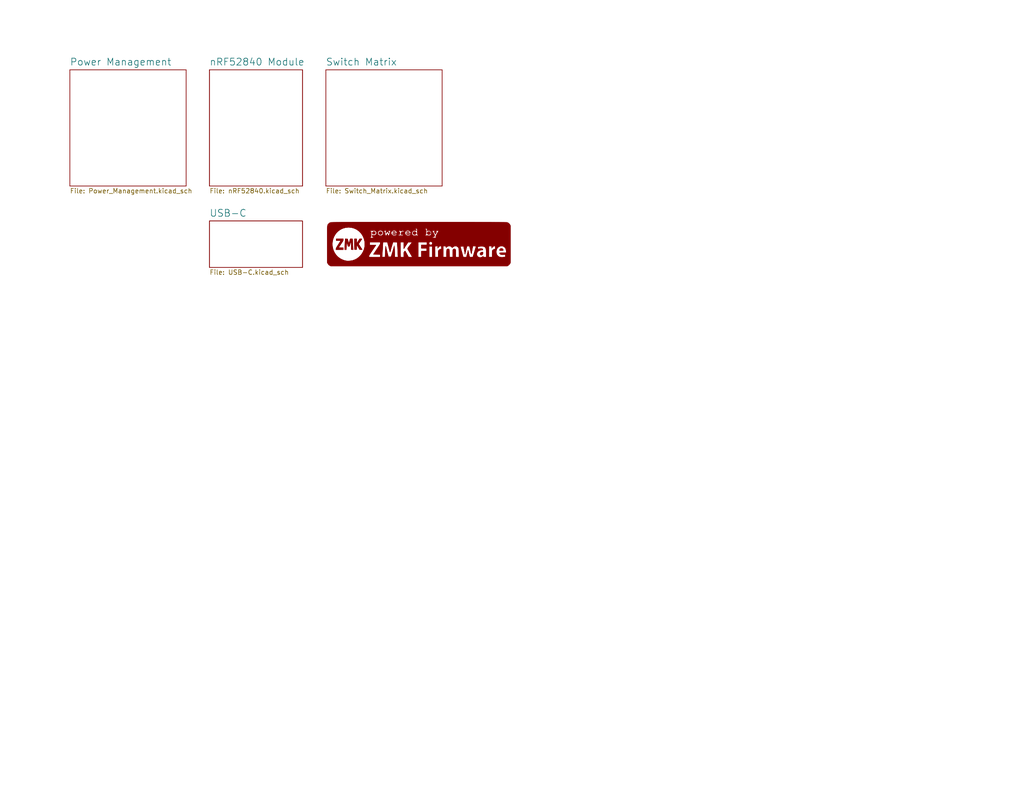
<source format=kicad_sch>
(kicad_sch (version 20211123) (generator eeschema)
  (paper "USLetter")
  (title_block (title "Athena54 nRF52840 Keyboard") (rev "1.0.0") (company "Kurtis Lew"))
  (lib_symbols
    (symbol "Athena54:Powered_by_ZMK_(Large)" (pin_names (offset 1.016))
      (symbol "Powered_by_ZMK_(Large)_0_0"
        (polyline (pts (xy -6.3256 3.2269) (xy -6.4626 3.3475) (xy -6.5778 3.4245) (xy -6.7815 3.468) (xy -6.8831 3.4578) (xy -7.0274 3.4123) (xy -7.137 3.3445) (xy -7.1804 3.2699) (xy -7.1718 3.2607) (xy -7.0916 3.2421) (xy -6.9447 3.2295) (xy -6.753 3.2254) (xy -6.3256 3.2269)) (stroke (width 0.01)) (fill (type outline)))
        (polyline (pts (xy -2.5644 3.2269) (xy -2.7015 3.3475) (xy -2.8166 3.4245) (xy -3.0203 3.468) (xy -3.1219 3.4578) (xy -3.2663 3.4123) (xy -3.3758 3.3445) (xy -3.4192 3.2699) (xy -3.4107 3.2607) (xy -3.3304 3.2421) (xy -3.1836 3.2295) (xy -2.9918 3.2254) (xy -2.5644 3.2269)) (stroke (width 0.01)) (fill (type outline)))
        (polyline (pts (xy -12.1241 2.765) (xy -11.9827 2.8416) (xy -11.917 2.921) (xy -11.8705 3.0674) (xy -11.8971 3.2106) (xy -11.9831 3.3339) (xy -12.1146 3.4207) (xy -12.2778 3.4542) (xy -12.459 3.4179) (xy -12.5875 3.3356) (xy -12.684 3.1999) (xy -12.7159 3.0466) (xy -12.6788 2.9013) (xy -12.5684 2.7896) (xy -12.4894 2.7566) (xy -12.3081 2.7353) (xy -12.1241 2.765)) (stroke (width 0.01)) (fill (type outline)))
        (polyline (pts (xy -10.3575 2.6581) (xy -10.1638 2.7641) (xy -10.0906 2.8376) (xy -10.0158 2.994) (xy -10.0377 3.1582) (xy -10.1563 3.3253) (xy -10.2389 3.3945) (xy -10.4225 3.4679) (xy -10.6136 3.4461) (xy -10.8024 3.3292) (xy -10.8954 3.2251) (xy -10.9613 3.0596) (xy -10.9347 2.8975) (xy -10.8154 2.7521) (xy -10.7658 2.7167) (xy -10.5655 2.6422) (xy -10.3575 2.6581)) (stroke (width 0.01)) (fill (type outline)))
        (polyline (pts (xy -1.0303 2.656) (xy -0.8614 2.7389) (xy -0.8607 2.7394) (xy -0.7586 2.8722) (xy -0.7327 3.0292) (xy -0.7734 3.1889) (xy -0.8706 3.3296) (xy -1.0145 3.4298) (xy -1.1953 3.468) (xy -1.2808 3.4591) (xy -1.4424 3.3836) (xy -1.5561 3.251) (xy -1.6115 3.0852) (xy -1.5982 2.9105) (xy -1.5057 2.7507) (xy -1.4003 2.6774) (xy -1.2219 2.6357) (xy -1.0303 2.656)) (stroke (width 0.01)) (fill (type outline)))
        (polyline (pts (xy 17.2437 -2.9059) (xy 17.309 -2.8677) (xy 17.4158 -2.7629) (xy 17.4711 -2.6142) (xy 17.4869 -2.3967) (xy 17.4854 -2.281) (xy 17.4715 -2.1912) (xy 17.4318 -2.1557) (xy 17.3526 -2.1495) (xy 17.2821 -2.152) (xy 17.0496 -2.1962) (xy 16.8629 -2.2866) (xy 16.7322 -2.4106) (xy 16.6674 -2.5557) (xy 16.6788 -2.7096) (xy 16.7764 -2.8597) (xy 16.9063 -2.9531) (xy 17.059 -2.9717) (xy 17.2437 -2.9059)) (stroke (width 0.01)) (fill (type outline)))
        (polyline (pts (xy 2.8376 2.6512) (xy 3.0104 2.721) (xy 3.1302 2.8359) (xy 3.175 2.9798) (xy 3.1721 3.0191) (xy 3.1243 3.174) (xy 3.0364 3.3219) (xy 2.9335 3.4178) (xy 2.9006 3.4338) (xy 2.7213 3.4722) (xy 2.5533 3.4387) (xy 2.4103 3.3494) (xy 2.3063 3.2205) (xy 2.2551 3.0681) (xy 2.2707 2.9084) (xy 2.3668 2.7576) (xy 2.4175 2.7126) (xy 2.5392 2.6539) (xy 2.7109 2.6377) (xy 2.8376 2.6512)) (stroke (width 0.01)) (fill (type outline)))
        (polyline (pts (xy 22.7732 -1.7074) (xy 22.9012 -1.6997) (xy 22.9713 -1.6831) (xy 23.0006 -1.6542) (xy 23.0065 -1.6095) (xy 22.9981 -1.5214) (xy 22.9203 -1.3424) (xy 22.7779 -1.2112) (xy 22.5914 -1.1429) (xy 22.3813 -1.1525) (xy 22.27 -1.2011) (xy 22.1277 -1.3199) (xy 22.0221 -1.47) (xy 21.9808 -1.6192) (xy 21.9808 -1.6231) (xy 21.9906 -1.6623) (xy 22.0298 -1.6875) (xy 22.1152 -1.7018) (xy 22.2641 -1.7082) (xy 22.4936 -1.7096) (xy 22.5699 -1.7096) (xy 22.7732 -1.7074)) (stroke (width 0.01)) (fill (type outline)))
        (polyline (pts (xy -20.6131 -0.9797) (xy -21.2727 -0.9661) (xy -21.9324 -0.9525) (xy -21.2727 0.0361) (xy -21.118 0.2686) (xy -20.9456 0.5309) (xy -20.8173 0.7327) (xy -20.7267 0.8858) (xy -20.6674 1.0018) (xy -20.633 1.0925) (xy -20.617 1.1697) (xy -20.6131 1.245) (xy -20.6131 1.4654) (xy -22.5669 1.4654) (xy -22.5669 0.9769) (xy -21.93 0.9769) (xy -21.7022 0.9746) (xy -21.5165 0.9691) (xy -21.3915 0.9612) (xy -21.3458 0.9517) (xy -21.3587 0.9262) (xy -21.4169 0.828) (xy -21.5154 0.6671) (xy -21.6469 0.4553) (xy -21.8044 0.204) (xy -21.9808 -0.0751) (xy -22.0961 -0.2574) (xy -22.271 -0.537) (xy -22.4021 -0.7531) (xy -22.4955 -0.9175) (xy -22.5574 -1.042) (xy -22.5939 -1.1387) (xy -22.6114 -1.2192) (xy -22.6158 -1.2955) (xy -22.6158 -1.5143) (xy -20.6131 -1.5143) (xy -20.6131 -0.9797)) (stroke (width 0.01)) (fill (type outline)))
        (polyline (pts (xy -15.5751 -1.5058) (xy -15.5053 -1.4893) (xy -15.4963 -1.4556) (xy -15.5221 -1.4089) (xy -15.5944 -1.2907) (xy -15.7035 -1.1179) (xy -15.8401 -0.9048) (xy -15.9953 -0.666) (xy -16.4698 0.0601) (xy -16.0339 0.7016) (xy -15.9441 0.8341) (xy -15.8022 1.0441) (xy -15.6845 1.2193) (xy -15.6012 1.3445) (xy -15.5627 1.4043) (xy -15.5583 1.4144) (xy -15.5784 1.4446) (xy -15.6692 1.4607) (xy -15.8441 1.4654) (xy -16.1608 1.4654) (xy -16.5674 0.8254) (xy -16.9741 0.1855) (xy -16.9877 0.8254) (xy -17.0013 1.4654) (xy -17.5846 1.4654) (xy -17.5846 0.0081) (xy -17.5845 -0.1159) (xy -17.5827 -0.4749) (xy -17.5789 -0.7979) (xy -17.5734 -1.0727) (xy -17.5666 -1.2869) (xy -17.5586 -1.428) (xy -17.5499 -1.4839) (xy -17.5223 -1.4951) (xy -17.417 -1.5062) (xy -17.269 -1.5042) (xy -17.0229 -1.4898) (xy -16.9985 -0.7968) (xy -16.9741 -0.1039) (xy -16.5589 -0.7968) (xy -16.1437 -1.4898) (xy -15.8078 -1.5044) (xy -15.7207 -1.5075) (xy -15.5751 -1.5058)) (stroke (width 0.01)) (fill (type outline)))
        (polyline (pts (xy -17.9916 -0.9921) (xy -17.9921 -0.9829) (xy -18.006 -0.7218) (xy -18.0214 -0.4041) (xy -18.0365 -0.069) (xy -18.0493 0.2442) (xy -18.052 0.3117) (xy -18.0643 0.5897) (xy -18.0779 0.8496) (xy -18.0912 1.0648) (xy -18.1028 1.2089) (xy -18.129 1.4654) (xy -18.7384 1.4654) (xy -18.9021 0.8914) (xy -18.9028 0.8889) (xy -18.9685 0.6621) (xy -19.0269 0.4673) (xy -19.0716 0.3253) (xy -19.0963 0.2568) (xy -19.1002 0.2538) (xy -19.1291 0.2973) (xy -19.1757 0.4161) (xy -19.2346 0.5949) (xy -19.3002 0.8185) (xy -19.4737 1.4409) (xy -20.1093 1.4695) (xy -20.1404 0.8202) (xy -20.1453 0.7168) (xy -20.1595 0.402) (xy -20.1752 0.041) (xy -20.1907 -0.3292) (xy -20.2045 -0.6717) (xy -20.2376 -1.5143) (xy -19.798 -1.5143) (xy -19.7659 -0.7738) (xy -19.763 -0.7059) (xy -19.7512 -0.399) (xy -19.7412 -0.0932) (xy -19.734 0.1792) (xy -19.7304 0.3863) (xy -19.727 0.8059) (xy -19.5228 0.1101) (xy -19.3187 -0.5857) (xy -19.14 -0.586) (xy -18.9614 -0.5862) (xy -18.7832 -0.0122) (xy -18.712 0.2163) (xy -18.6457 0.4268) (xy -18.5935 0.5904) (xy -18.5628 0.6838) (xy -18.5326 0.7641) (xy -18.5189 0.7578) (xy -18.5098 0.6594) (xy -18.5092 0.6497) (xy -18.5041 0.5417) (xy -18.497 0.3565) (xy -18.4884 0.1115) (xy -18.479 -0.176) (xy -18.4693 -0.4885) (xy -18.4394 -1.4898) (xy -18.2003 -1.505) (xy -17.9611 -1.5202) (xy -17.9916 -0.9921)) (stroke (width 0.01)) (fill (type outline)))
        (polyline (pts (xy -2.9307 -5.9917) (xy -1.4286 -5.9914) (xy 0.0977 -5.991) (xy 24.0567 -5.9837) (xy 24.2587 -5.8757) (xy 24.3794 -5.8032) (xy 24.6619 -5.5598) (xy 24.8768 -5.2576) (xy 24.9848 -5.0556) (xy 24.9848 5.0555) (xy 24.8383 5.3203) (xy 24.7872 5.4043) (xy 24.5785 5.6501) (xy 24.323 5.8413) (xy 24.0473 5.9563) (xy 23.9967 5.9605) (xy 23.8694 5.9647) (xy 23.6653 5.9687) (xy 23.3835 5.9725) (xy 23.0231 5.9761) (xy 22.583 5.9795) (xy 22.0624 5.9827) (xy 21.4602 5.9857) (xy 20.7756 5.9884) (xy 20.0075 5.991) (xy 19.1551 5.9934) (xy 18.2174 5.9957) (xy 17.1933 5.9977) (xy 16.0821 5.9995) (xy 14.8826 6.0012) (xy 13.5941 6.0026) (xy 12.2154 6.0039) (xy 10.7457 6.005) (xy 9.184 6.006) (xy 7.5294 6.0067) (xy 5.7809 6.0073) (xy 3.9376 6.0077) (xy 1.9985 6.008) (xy -2.6077 6.008) (xy -4.3019 6.0079) (xy -5.9046 6.0078) (xy -7.4183 6.0077) (xy -8.8457 6.0074) (xy -10.1892 6.0071) (xy -11.4514 6.0067) (xy -12.6348 6.0062) (xy -13.7421 6.0056) (xy -14.7757 6.0049) (xy -15.7383 6.0041) (xy -16.6323 6.0031) (xy -17.4604 6.0021) (xy -18.2251 6.0008) (xy -18.9288 5.9994) (xy -19.5743 5.9979) (xy -20.164 5.9962) (xy -20.7006 5.9943) (xy -21.1864 5.9922) (xy -21.6242 5.99) (xy -22.0165 5.9875) (xy -22.3657 5.9848) (xy -22.6745 5.9819) (xy -22.9455 5.9788) (xy -23.1811 5.9754) (xy -23.3839 5.9718) (xy -23.5566 5.9679) (xy -23.7015 5.9637) (xy -23.8214 5.9593) (xy -23.9187 5.9546) (xy -23.996 5.9496) (xy -24.0558 5.9444) (xy -24.1008 5.9388) (xy -24.1334 5.9328) (xy -24.1562 5.9266) (xy -24.1607 5.9251) (xy -24.3955 5.8044) (xy -24.6261 5.6143) (xy -24.6353 5.6052) (xy -24.6948 5.5476) (xy -24.7477 5.4955) (xy -24.7944 5.4432) (xy -24.8353 5.385) (xy -24.8706 5.315) (xy -24.9008 5.2277) (xy -24.9263 5.1172) (xy -24.9474 4.9779) (xy -24.9645 4.8039) (xy -24.978 4.5896) (xy -24.9883 4.3292) (xy -24.9956 4.017) (xy -25.0005 3.6472) (xy -25.0032 3.2141) (xy -25.0042 2.7121) (xy -25.0038 2.1352) (xy -25.0023 1.4779) (xy -25.0003 0.7344) (xy -24.9987 0.1694) (xy -23.6223 0.1694) (xy -23.559 0.8062) (xy -23.4096 1.4342) (xy -23.1729 2.0442) (xy -22.848 2.6269) (xy -22.5551 3.0256) (xy -22.1121 3.4895) (xy -21.6118 3.8789) (xy -21.0623 4.1895) (xy -20.4713 4.4169) (xy -19.8468 4.557) (xy -19.1966 4.6054) (xy -18.5774 4.5633) (xy -17.9613 4.4315) (xy -17.3798 4.2155) (xy -16.8393 3.9207) (xy -16.3462 3.5529) (xy -15.907 3.1176) (xy -15.5282 2.6204) (xy -15.2162 2.0669) (xy -15.1341 1.8592) (xy -13.281 1.8592) (xy -13.2423 1.9456) (xy -13.1513 1.9939) (xy -13.1299 1.9973) (xy -13.0934 2.0117) (xy -13.0687 2.0478) (xy -13.0536 2.1208) (xy -13.0456 2.246) (xy -13.0425 2.4384) (xy -13.0419 2.7134) (xy -13.0419 3.4173) (xy -13.1667 3.4486) (xy -13.2601 3.4959) (xy -13.2766 3.5839) (xy -13.2757 3.5898) (xy -13.2565 3.6427) (xy -13.2054 3.6736) (xy -13.1005 3.6897) (xy -12.9198 3.698) (xy -12.7436 3.7056) (xy -12.507 3.7209) (xy -12.3092 3.739) (xy -12.2524 3.7451) (xy -12.1009 3.7498) (xy -11.9893 3.7227) (xy -11.8746 3.6556) (xy -11.8099 3.6066) (xy -11.6415 3.4151) (xy -11.5511 3.1955) (xy -11.5484 3.1086) (xy -11.2614 3.1086) (xy -11.2016 3.3338) (xy -11.0763 3.5229) (xy -10.9004 3.6666) (xy -10.6889 3.756) (xy -10.4566 3.7818) (xy -10.2185 3.7349) (xy -9.9895 3.6062) (xy -9.9776 3.5931) (xy -9.5213 3.5931) (xy -9.4664 3.7025) (xy -9.4521 3.7132) (xy -9.3486 3.745) (xy -9.1986 3.7601) (xy -9.042 3.7563) (xy -8.9184 3.7315) (xy -8.9025 3.7241) (xy -8.8468 3.6506) (xy -8.8616 3.5518) (xy -8.9437 3.4607) (xy -8.9749 3.4388) (xy -9.0171 3.3877) (xy -9.0195 3.3106) (xy -8.9872 3.1739) (xy -8.928 2.9552) (xy -8.8469 3.175) (xy -8.84 3.1933) (xy -8.7807 3.3228) (xy -8.7151 3.3861) (xy -8.6174 3.4094) (xy -8.5582 3.413) (xy -8.4906 3.3953) (xy -8.4435 3.3284) (xy -8.3939 3.1896) (xy -8.3188 2.9552) (xy -8.26 3.1651) (xy -8.2447 3.2211) (xy -8.2248 3.3316) (xy -8.2444 3.3997) (xy -8.3095 3.4628) (xy -8.3377 3.4872) (xy -8.403 3.581) (xy -8.3763 3.6518) (xy -8.2608 3.6966) (xy -8.0596 3.7123) (xy -8.0163 3.7117) (xy -7.8322 3.6902) (xy -7.7314 3.6406) (xy -7.7182 3.5667) (xy -7.797 3.4727) (xy -7.8008 3.4695) (xy -7.8402 3.4276) (xy -7.8753 3.3645) (xy -7.9106 3.2652) (xy -7.944 3.1398) (xy -7.5573 3.1398) (xy -7.475 3.3674) (xy -7.3743 3.5157) (xy -7.1855 3.6701) (xy -6.9603 3.7602) (xy -6.7195 3.7846) (xy -6.4837 3.7421) (xy -6.2738 3.6314) (xy -6.1105 3.4513) (xy -6.1011 3.4352) (xy -6.0351 3.2716) (xy -6.0081 3.1081) (xy -6.0081 2.9307) (xy -6.6204 2.9307) (xy -6.8521 2.9302) (xy -7.0294 2.9268) (xy -7.1365 2.9183) (xy -7.1881 2.902) (xy -7.1986 2.8757) (xy -7.1825 2.837) (xy -7.1252 2.7656) (xy -6.9687 2.6862) (xy -6.748 2.6599) (xy -6.4757 2.6895) (xy -6.3237 2.7141) (xy -6.1738 2.7264) (xy -6.0842 2.7188) (xy -6.0473 2.6974) (xy -6.0172 2.6221) (xy -6.0533 2.5449) (xy -5.6069 2.5449) (xy -5.5394 2.6122) (xy -5.3991 2.6377) (xy -5.2266 2.6377) (xy -5.2266 3.3626) (xy -5.3731 3.3948) (xy -5.4807 3.4389) (xy -5.5196 3.522) (xy -5.5155 3.5511) (xy -5.4453 3.6354) (xy -5.3015 3.6917) (xy -5.1013 3.7123) (xy -5.03 3.7095) (xy -4.9533 3.6827) (xy -4.9335 3.6153) (xy -4.9333 3.5869) (xy -4.9227 3.5453) (xy -4.878 3.5547) (xy -4.7747 3.6151) (xy -4.7251 3.6421) (xy -4.5461 3.6976) (xy -4.366 3.7025) (xy -4.2084 3.662) (xy -4.0967 3.5807) (xy -4.0542 3.4637) (xy -4.0544 3.4562) (xy -4.0919 3.3631) (xy -4.1835 3.3397) (xy -4.3105 3.3911) (xy -4.3739 3.4276) (xy -4.439 3.4361) (xy -4.523 3.4014) (xy -4.6564 3.317) (xy -4.659 3.3152) (xy -4.7879 3.225) (xy -4.8551 3.1507) (xy -4.8704 3.0938) (xy -3.8048 3.0938) (xy -3.7542 3.3062) (xy -3.6379 3.4999) (xy -3.4581 3.6579) (xy -3.2175 3.7628) (xy -3.0614 3.7872) (xy -2.8176 3.7595) (xy -2.5958 3.6619) (xy -2.4143 3.5074) (xy -2.2919 3.3089) (xy -2.2469 3.0797) (xy -2.2469 3.026) (xy -1.9196 3.026) (xy -1.8732 3.2589) (xy -1.7534 3.4751) (xy -1.5605 3.6554) (xy -1.4533 3.7177) (xy -1.3225 3.7516) (xy -1.1479 3.7474) (xy -1.0669 3.7386) (xy -0.916 3.7146) (xy -0.8182 3.689) (xy -0.7713 3.6772) (xy -0.7402 3.7122) (xy -0.7327 3.8239) (xy -0.737 3.9077) (xy -0.7712 3.9872) (xy -0.858 4.0262) (xy -0.8647 4.0279) (xy -0.954 4.0759) (xy -0.9679 4.1658) (xy -0.9623 4.1945) (xy -0.9291 4.2469) (xy -0.8487 4.2745) (xy -0.6961 4.2888) (xy -0.4396 4.3035) (xy -0.4396 2.6377) (xy -0.3227 2.6377) (xy -0.3124 2.6375) (xy -0.2074 2.6001) (xy -0.1742 2.518) (xy -0.1865 2.4942) (xy 1.7148 2.4942) (xy 1.7535 2.5806) (xy 1.8444 2.6289) (xy 1.8596 2.6312) (xy 1.8986 2.644) (xy 1.925 2.6769) (xy 1.9413 2.7453) (xy 1.9499 2.8649) (xy 1.9533 3.0512) (xy 1.9538 3.3196) (xy 1.9538 3.9948) (xy 1.8285 4.0262) (xy 1.8219 4.0279) (xy 1.7326 4.0759) (xy 1.7186 4.1658) (xy 1.7242 4.1945) (xy 1.7575 4.2469) (xy 1.8378 4.2745) (xy 1.9905 4.2888) (xy 2.2469 4.3035) (xy 2.2469 3.626) (xy 2.453 3.697) (xy 2.6703 3.7422) (xy 2.9089 3.7098) (xy 3.1265 3.5824) (xy 3.1276 3.5813) (xy 3.6727 3.5813) (xy 3.6806 3.6174) (xy 3.7172 3.6643) (xy 3.8025 3.6891) (xy 3.9609 3.7023) (xy 4.1139 3.7045) (xy 4.2318 3.6845) (xy 4.3019 3.6348) (xy 4.328 3.6) (xy 4.3355 3.5409) (xy 4.2668 3.4739) (xy 4.1637 3.3948) (xy 4.3349 3.0542) (xy 4.506 2.7136) (xy 4.6754 3.0497) (xy 4.6926 3.0838) (xy 4.7691 3.244) (xy 4.8039 3.3418) (xy 4.8016 3.397) (xy 4.767 3.4293) (xy 4.7574 3.4353) (xy 4.698 3.5181) (xy 4.701 3.6155) (xy 4.7665 3.6826) (xy 4.7778 3.6864) (xy 4.8875 3.7048) (xy 5.0311 3.7123) (xy 5.0556 3.712) (xy 5.1973 3.7023) (xy 5.2958 3.6826) (xy 5.3219 3.6682) (xy 5.3683 3.5884) (xy 5.3564 3.4946) (xy 5.2876 3.4341) (xy 5.2783 3.4278) (xy 5.224 3.3562) (xy 5.1403 3.22) (xy 5.0365 3.0372) (xy 4.9223 2.8258) (xy 4.8072 2.6038) (xy 4.7009 2.3892) (xy 4.613 2.2) (xy 4.5529 2.0542) (xy 4.5663 2.0243) (xy 4.6422 1.988) (xy 4.7151 1.9462) (xy 4.7297 1.8475) (xy 4.7286 1.8396) (xy 4.7143 1.7897) (xy 4.6776 1.7577) (xy 4.5996 1.7387) (xy 4.4616 1.7278) (xy 4.2448 1.7201) (xy 4.2366 1.7199) (xy 4.0074 1.7166) (xy 3.8564 1.7243) (xy 3.7649 1.7449) (xy 3.7142 1.7806) (xy 3.6746 1.8434) (xy 3.6796 1.9289) (xy 3.772 1.9835) (xy 3.9472 2.0027) (xy 4.0601 2.0045) (xy 4.1531 2.0229) (xy 4.2047 2.0784) (xy 4.2474 2.1915) (xy 4.2633 2.2421) (xy 4.2788 2.321) (xy 4.2731 2.4028) (xy 4.2409 2.5088) (xy 4.1768 2.6602) (xy 4.0755 2.8783) (xy 3.9901 3.0512) (xy 3.8908 3.2314) (xy 3.8066 3.363) (xy 3.7494 3.4255) (xy 3.6991 3.469) (xy 3.6727 3.5813) (xy 3.1276 3.5813) (xy 3.2527 3.4562) (xy 3.3786 3.233) (xy 3.419 2.9698) (xy 3.4189 2.9576) (xy 3.3736 2.7176) (xy 3.2564 2.5135) (xy 3.0819 2.3714) (xy 2.8846 2.3105) (xy 2.6405 2.3072) (xy 2.4057 2.3686) (xy 2.3808 2.3788) (xy 2.2855 2.4046) (xy 2.2469 2.3911) (xy 2.2101 2.3644) (xy 2.109 2.349) (xy 1.9781 2.3475) (xy 1.8521 2.3604) (xy 1.7658 2.3878) (xy 1.7411 2.4088) (xy 1.7148 2.4942) (xy -0.1865 2.4942) (xy -0.2254 2.4193) (xy -0.2338 2.4119) (xy -0.3253 2.3715) (xy -0.4539 2.3488) (xy -0.5868 2.3451) (xy -0.6907 2.3615) (xy -0.7327 2.3994) (xy -0.7446 2.4276) (xy -0.8026 2.3962) (xy -0.8454 2.3737) (xy -0.9716 2.3381) (xy -1.1323 2.3137) (xy -1.245 2.3067) (xy -1.4138 2.3227) (xy -1.5631 2.3834) (xy -1.6189 2.4176) (xy -1.7925 2.5863) (xy -1.8928 2.7954) (xy -1.9196 3.026) (xy -2.2469 3.026) (xy -2.2469 2.9307) (xy -2.8839 2.9307) (xy -3.1609 2.9265) (xy -3.3453 2.913) (xy -3.4417 2.8877) (xy -3.4548 2.8479) (xy -3.3892 2.7913) (xy -3.2494 2.7151) (xy -3.1842 2.6845) (xy -3.0735 2.65) (xy -2.9548 2.6492) (xy -2.7851 2.6785) (xy -2.584 2.7159) (xy -2.421 2.7322) (xy -2.3251 2.7184) (xy -2.282 2.6743) (xy -2.2776 2.6601) (xy -2.2931 2.5507) (xy -2.3992 2.4616) (xy -2.5908 2.3976) (xy -2.6238 2.3907) (xy -2.9249 2.3502) (xy -3.1763 2.3663) (xy -3.406 2.4405) (xy -3.5372 2.5161) (xy -3.6987 2.6816) (xy -3.7871 2.8799) (xy -3.8048 3.0938) (xy -4.8704 3.0938) (xy -4.8806 3.0558) (xy -4.8846 2.9042) (xy -4.8846 2.6425) (xy -4.6042 2.6279) (xy -4.5502 2.6247) (xy -4.4082 2.6077) (xy -4.3345 2.576) (xy -4.3064 2.5214) (xy -4.3074 2.4652) (xy -4.3547 2.3878) (xy -4.4091 2.3737) (xy -4.5458 2.3592) (xy -4.7385 2.3492) (xy -4.9641 2.3453) (xy -5.0237 2.3454) (xy -5.2609 2.3495) (xy -5.4199 2.3616) (xy -5.5169 2.3835) (xy -5.568 2.4172) (xy -5.5908 2.4495) (xy -5.6069 2.5449) (xy -6.0533 2.5449) (xy -6.0592 2.5322) (xy -6.1653 2.4532) (xy -6.2685 2.4184) (xy -6.4657 2.3835) (xy -6.6901 2.3663) (xy -6.9011 2.3694) (xy -7.0583 2.3954) (xy -7.2099 2.4591) (xy -7.3442 2.5658) (xy -7.4671 2.7362) (xy -7.5526 2.9337) (xy -7.5573 3.1398) (xy -7.944 3.1398) (xy -7.9506 3.1148) (xy -7.9998 2.8984) (xy -8.063 2.601) (xy -8.0867 2.4953) (xy -8.1222 2.3957) (xy -8.1715 2.3534) (xy -8.2524 2.3446) (xy -8.2803 2.3453) (xy -8.3577 2.367) (xy -8.415 2.4363) (xy -8.4746 2.5766) (xy -8.5062 2.658) (xy -8.5609 2.7832) (xy -8.5991 2.8508) (xy -8.6261 2.8396) (xy -8.6724 2.7568) (xy -8.7237 2.6188) (xy -8.7655 2.4941) (xy -8.8127 2.3962) (xy -8.8677 2.3538) (xy -8.949 2.3446) (xy -9.0073 2.3484) (xy -9.0667 2.3724) (xy -9.1144 2.432) (xy -9.1577 2.5424) (xy -9.2042 2.7185) (xy -9.2614 2.9756) (xy -9.3154 3.1934) (xy -9.3749 3.3506) (xy -9.4363 3.424) (xy -9.4984 3.4821) (xy -9.5213 3.5931) (xy -9.9776 3.5931) (xy -9.8488 3.4519) (xy -9.7553 3.2395) (xy -9.729 3.0083) (xy -9.769 2.7816) (xy -9.8742 2.583) (xy -10.0434 2.4356) (xy -10.2443 2.3539) (xy -10.4979 2.325) (xy -10.744 2.3662) (xy -10.9627 2.4707) (xy -11.1338 2.6316) (xy -11.2371 2.8421) (xy -11.2408 2.8564) (xy -11.2614 3.1086) (xy -11.5484 3.1086) (xy -11.544 2.9665) (xy -11.6251 2.7471) (xy -11.6361 2.7296) (xy -11.8094 2.5349) (xy -12.0253 2.4282) (xy -12.2848 2.4088) (xy -12.3658 2.4171) (xy -12.5167 2.4403) (xy -12.6145 2.4656) (xy -12.6403 2.4746) (xy -12.6788 2.4649) (xy -12.696 2.3974) (xy -12.7 2.2521) (xy -12.6983 2.1283) (xy -12.6836 2.0419) (xy -12.6421 2.0083) (xy -12.5595 2.0027) (xy -12.4937 1.9972) (xy -12.3797 1.9511) (xy -12.3288 1.8733) (xy -12.3581 1.7829) (xy -12.3651 1.7762) (xy -12.4553 1.7429) (xy -12.6074 1.7199) (xy -12.7911 1.7084) (xy -12.9762 1.7094) (xy -13.1326 1.7238) (xy -13.2299 1.7528) (xy -13.2547 1.7738) (xy -13.281 1.8592) (xy -15.1341 1.8592) (xy -14.9774 1.4627) (xy -14.8183 0.8132) (xy -14.7802 0.5026) (xy -14.7633 0.0994) (xy -14.7735 -0.3207) (xy -14.8098 -0.7205) (xy -14.8712 -1.0627) (xy -14.9809 -1.4436) (xy -15.2317 -2.0546) (xy -15.5586 -2.6164) (xy -15.955 -3.1221) (xy -16.1234 -3.2844) (xy -13.6281 -3.2844) (xy -13.6277 -3.2597) (xy -13.621 -3.1965) (xy -13.602 -3.126) (xy -13.5654 -3.0389) (xy -13.5058 -2.9261) (xy -13.4178 -2.7784) (xy -13.2961 -2.5868) (xy -13.1353 -2.342) (xy -12.9301 -2.0348) (xy -12.675 -1.6562) (xy -11.7219 -0.2443) (xy -13.4327 -0.2443) (xy -13.4327 0.5373) (xy -10.5508 0.5373) (xy -10.5508 0.2808) (xy -10.552 0.2149) (xy -10.5593 0.1479) (xy -10.5779 0.0759) (xy -10.6134 -0.0106) (xy -10.671 -0.1211) (xy -10.7561 -0.2652) (xy -10.8741 -0.4524) (xy -11.0303 -0.6922) (xy -11.2301 -0.9941) (xy -11.4789 -1.3677) (xy -12.4069 -2.7598) (xy -11.4788 -2.7731) (xy -10.5508 -2.7864) (xy -10.5508 -3.517) (xy -10.0709 -3.517) (xy -10.0443 -3.3338) (xy -10.0438 -3.3308) (xy -10.0346 -3.2353) (xy -10.0205 -3.0551) (xy -10.0025 -2.8023) (xy -9.9814 -2.489) (xy -9.9579 -2.1273) (xy -9.9329 -1.7291) (xy -9.9072 -1.3067) (xy -9.7967 0.5373) (xy -8.6039 0.5373) (xy -8.5213 0.2564) (xy -8.5062 0.2033) (xy -8.4604 0.0342) (xy -8.3979 -0.2032) (xy -8.3233 -0.4911) (xy -8.2413 -0.8117) (xy -8.1565 -1.1473) (xy -8.1445 -1.1951) (xy -8.0553 -1.554) (xy -7.9874 -1.8228) (xy -7.9354 -2.0049) (xy -7.8942 -2.1036) (xy -7.8587 -2.1224) (xy -7.8237 -2.0646) (xy -7.7839 -1.9335) (xy -7.7342 -1.7327) (xy -7.6695 -1.4654) (xy -7.6573 -1.4166) (xy -7.5995 -1.1923) (xy -7.543 -0.9837) (xy -7.4985 -0.8304) (xy -7.4622 -0.7128) (xy -7.402 -0.518) (xy -7.3297 -0.2832) (xy -7.2538 -0.0367) (xy -7.0773 0.5373) (xy -6.4938 0.5373) (xy -5.0312 0.5373) (xy -4.1031 0.5373) (xy -0.1954 0.5373) (xy 2.1981 0.5373) (xy 2.1981 0.2363) (xy 2.762 0.2363) (xy 2.7715 0.3449) (xy 2.8466 0.5261) (xy 2.9884 0.6426) (xy 3.1867 0.6838) (xy 3.1989 0.6838) (xy 3.4047 0.6561) (xy 3.5461 0.5693) (xy 3.6438 0.4112) (xy 3.6782 0.317) (xy 3.6862 0.2077) (xy 3.6438 0.0772) (xy 3.637 0.0616) (xy 3.5604 -0.0629) (xy 3.4754 -0.1426) (xy 3.4707 -0.1451) (xy 3.2787 -0.195) (xy 3.0734 -0.1712) (xy 2.8979 -0.0785) (xy 2.851 -0.0343) (xy 2.7807 0.0794) (xy 2.762 0.2363) (xy 2.1981 0.2363) (xy 2.1981 -0.1954) (xy 0.6838 -0.1954) (xy 0.6838 -0.5862) (xy 2.7842 -0.5862) (xy 3.6634 -0.5862) (xy 3.6634 -0.6717) (xy 4.3752 -0.6717) (xy 4.3755 -0.6395) (xy 4.3921 -0.5959) (xy 4.4463 -0.5705) (xy 4.5582 -0.5566) (xy 4.7478 -0.5475) (xy 5.1238 -0.5333) (xy 5.1385 -0.8109) (xy 5.1533 -1.0884) (xy 5.2754 -0.8983) (xy 5.412 -0.7429) (xy 5.5992 -0.6096) (xy 5.8007 -0.5221) (xy 5.9836 -0.4991) (xy 6.1302 -0.5129) (xy 6.131 -0.5373) (xy 6.6431 -0.5373) (xy 6.9865 -0.5373) (xy 7.1405 -0.5411) (xy 7.2901 -0.561) (xy 7.3488 -0.5984) (xy 7.3694 -0.6757) (xy 7.3982 -0.7986) (xy 7.4289 -0.9377) (xy 7.5421 -0.8155) (xy 7.6364 -0.727) (xy 7.8718 -0.5855) (xy 8.1317 -0.5139) (xy 8.3964 -0.5111) (xy 8.6464 -0.5758) (xy 8.862 -0.7068) (xy 9.0235 -0.9032) (xy 9.0415 -0.9329) (xy 9.0787 -0.9599) (xy 9.134 -0.9308) (xy 9.2319 -0.838) (xy 9.323 -0.755) (xy 9.5849 -0.5905) (xy 9.8617 -0.5093) (xy 10.1383 -0.5122) (xy 10.3994 -0.5998) (xy 10.4625 -0.6472) (xy 11.307 -0.6472) (xy 11.3144 -0.6223) (xy 11.3791 -0.6011) (xy 11.5168 -0.5896) (xy 11.7397 -0.5862) (xy 12.1929 -0.5862) (xy 12.3849 -1.6559) (xy 12.5769 -2.7257) (xy 12.8461 -1.6437) (xy 13.1152 -0.5618) (xy 13.4452 -0.5473) (xy 13.4712 -0.546) (xy 13.5795 -0.5393) (xy 13.663 -0.5396) (xy 13.7278 -0.558) (xy 13.7801 -0.6054) (xy 13.8258 -0.6928) (xy 13.8712 -0.8311) (xy 13.9223 -1.0312) (xy 13.9852 -1.3041) (xy 14.066 -1.6608) (xy 14.067 -1.6651) (xy 14.1331 -1.9526) (xy 14.1931 -2.2098) (xy 14.243 -2.4206) (xy 14.2792 -2.5687) (xy 14.2977 -2.6377) (xy 14.3008 -2.6419) (xy 14.3213 -2.6011) (xy 14.3527 -2.483) (xy 14.3913 -2.303) (xy 14.4335 -2.076) (xy 14.4782 -1.8233) (xy 14.5341 -1.5145) (xy 14.588 -1.2233) (xy 14.6328 -0.9892) (xy 14.7216 -0.5373) (xy 15.1518 -0.5373) (xy 19.0988 -0.5373) (xy 19.4595 -0.5373) (xy 19.6367 -0.5407) (xy 19.7708 -0.5634) (xy 19.8433 -0.6235) (xy 19.8735 -0.7391) (xy 19.8808 -0.9281) (xy 19.8826 -1.0991) (xy 19.9632 -0.9354) (xy 19.9969 -0.8764) (xy 20.161 -0.7005) (xy 20.3788 -0.576) (xy 20.619 -0.5228) (xy 20.8329 -0.5129) (xy 20.8611 -1.3677) (xy 20.676 -1.3678) (xy 20.6383 -1.3688) (xy 20.4007 -1.4201) (xy 20.2003 -1.5386) (xy 20.0636 -1.7096) (xy 20.0419 -1.7588) (xy 20.0152 -1.8509) (xy 19.9968 -1.9743) (xy 19.9933 -2.0271) (xy 21.1281 -2.0271) (xy 21.1402 -1.8144) (xy 21.2226 -1.4398) (xy 21.3793 -1.1179) (xy 21.6057 -0.8566) (xy 21.8975 -0.6639) (xy 22.1667 -0.5605) (xy 22.5149 -0.5035) (xy 22.8477 -0.5334) (xy 23.1527 -0.6489) (xy 23.4178 -0.8484) (xy 23.57 -1.0308) (xy 23.6966 -1.2737) (xy 23.7786 -1.5709) (xy 23.8232 -1.9417) (xy 23.8507 -2.3446) (xy 22.9157 -2.3446) (xy 22.6059 -2.3452) (xy 22.3402 -2.3493) (xy 22.1546 -2.36) (xy 22.0398 -2.3807) (xy 21.9865 -2.4146) (xy 21.9853 -2.4648) (xy 22.0268 -2.5348) (xy 22.1019 -2.6276) (xy 22.1608 -2.692) (xy 22.2911 -2.7918) (xy 22.4502 -2.8507) (xy 22.6601 -2.8749) (xy 22.9431 -2.8711) (xy 23.0209 -2.8668) (xy 23.2168 -2.8511) (xy 23.3713 -2.8321) (xy 23.4563 -2.8128) (xy 23.4945 -2.8061) (xy 23.5564 -2.8624) (xy 23.5965 -3.0095) (xy 23.6135 -3.2443) (xy 23.6131 -3.3343) (xy 23.5925 -3.4106) (xy 23.5261 -3.4548) (xy 23.3893 -3.4946) (xy 23.2767 -3.5212) (xy 22.8776 -3.5782) (xy 22.4888 -3.5798) (xy 22.1344 -3.5272) (xy 21.8385 -3.4215) (xy 21.6685 -3.3086) (xy 21.4656 -3.1107) (xy 21.2979 -2.8801) (xy 21.1935 -2.6504) (xy 21.1912 -2.6423) (xy 21.1586 -2.4712) (xy 21.1359 -2.251) (xy 21.1281 -2.0271) (xy 19.9933 -2.0271) (xy 19.9855 -2.1458) (xy 19.9798 -2.3817) (xy 19.9781 -2.6988) (xy 19.9781 -3.517) (xy 19.0988 -3.517) (xy 19.0988 -0.5373) (xy 15.1518 -0.5373) (xy 15.2681 -0.5383) (xy 15.4496 -0.5472) (xy 15.5499 -0.5667) (xy 15.5802 -0.5984) (xy 15.5775 -0.6131) (xy 15.5526 -0.7093) (xy 15.5042 -0.8821) (xy 15.4358 -1.1195) (xy 15.3508 -1.4096) (xy 15.2528 -1.7406) (xy 15.1451 -2.1004) (xy 14.9475 -2.7578) (xy 15.7939 -2.7578) (xy 15.8229 -2.472) (xy 15.9344 -2.1898) (xy 15.9479 -2.1667) (xy 16.1338 -1.9548) (xy 16.4063 -1.7869) (xy 16.765 -1.6632) (xy 17.209 -1.5842) (xy 17.2429 -1.5801) (xy 17.3906 -1.555) (xy 17.4594 -1.5238) (xy 17.4654 -1.4798) (xy 17.4541 -1.4465) (xy 17.4381 -1.365) (xy 17.4352 -1.3499) (xy 17.3716 -1.2873) (xy 17.2451 -1.2304) (xy 17.0838 -1.1894) (xy 16.9154 -1.1745) (xy 16.8618 -1.1766) (xy 16.662 -1.2035) (xy 16.4856 -1.2509) (xy 16.3903 -1.2864) (xy 16.2569 -1.3236) (xy 16.1775 -1.3081) (xy 16.1277 -1.2292) (xy 16.0833 -1.0765) (xy 16.0529 -0.9523) (xy 16.0383 -0.8498) (xy 16.0542 -0.7906) (xy 16.102 -0.7458) (xy 16.1815 -0.6977) (xy 16.4032 -0.6214) (xy 16.7061 -0.5766) (xy 17.0961 -0.562) (xy 17.3522 -0.5695) (xy 17.6286 -0.6064) (xy 17.841 -0.6803) (xy 18.0068 -0.7978) (xy 18.1434 -0.9657) (xy 18.1507 -0.9768) (xy 18.2176 -1.0956) (xy 18.2695 -1.2275) (xy 18.3086 -1.3866) (xy 18.3369 -1.587) (xy 18.3563 -1.8427) (xy 18.369 -2.1679) (xy 18.3769 -2.5767) (xy 18.3906 -3.5658) (xy 18.0105 -3.5658) (xy 17.8869 -3.5645) (xy 17.7298 -3.5544) (xy 17.6426 -3.5315) (xy 17.6075 -3.4925) (xy 17.6018 -3.4744) (xy 17.5597 -3.3438) (xy 17.5288 -3.2901) (xy 17.49 -3.2993) (xy 17.4246 -3.3574) (xy 17.3023 -3.4504) (xy 17.1596 -3.5357) (xy 17.1279 -3.55) (xy 16.9316 -3.5981) (xy 16.6958 -3.6114) (xy 16.4632 -3.5898) (xy 16.2766 -3.5335) (xy 16.1574 -3.4621) (xy 15.9656 -3.2704) (xy 15.8429 -3.0298) (xy 15.7939 -2.7578) (xy 14.9475 -2.7578) (xy 14.7119 -3.5414) (xy 14.2945 -3.5555) (xy 13.8771 -3.5695) (xy 13.8276 -3.3845) (xy 13.811 -3.3213) (xy 13.7623 -3.1265) (xy 13.7036 -2.8837) (xy 13.6405 -2.6166) (xy 13.5784 -2.3492) (xy 13.5231 -2.1053) (xy 13.48 -1.9086) (xy 13.4546 -1.7829) (xy 13.4529 -1.7731) (xy 13.436 -1.6913) (xy 13.4206 -1.6659) (xy 13.4016 -1.7068) (xy 13.3743 -1.8239) (xy 13.3337 -2.0271) (xy 13.3226 -2.0829) (xy 13.2701 -2.3295) (xy 13.2144 -2.5702) (xy 13.1657 -2.7598) (xy 13.1311 -2.8834) (xy 13.0678 -3.1107) (xy 13.0126 -3.3094) (xy 12.9415 -3.5658) (xy 12.1214 -3.5658) (xy 12.0715 -3.407) (xy 12.0474 -3.3251) (xy 12.0008 -3.1602) (xy 11.9362 -2.9288) (xy 11.8577 -2.6452) (xy 11.7691 -2.3236) (xy 11.6745 -1.9783) (xy 11.5819 -1.6397) (xy 11.497 -1.3304) (xy 11.4235 -1.0635) (xy 11.3649 -0.8521) (xy 11.3249 -0.709) (xy 11.307 -0.6472) (xy 10.4625 -0.6472) (xy 10.6297 -0.7729) (xy 10.7038 -0.8557) (xy 10.7811 -0.9684) (xy 10.84 -1.0999) (xy 10.8828 -1.2635) (xy 10.9121 -1.4722) (xy 10.93 -1.7391) (xy 10.939 -2.0773) (xy 10.9415 -2.5) (xy 10.9415 -3.5658) (xy 10.5345 -3.5658) (xy 10.4698 -3.5654) (xy 10.289 -3.5595) (xy 10.1557 -3.5482) (xy 10.0949 -3.5332) (xy 10.0936 -3.5312) (xy 10.0837 -3.4636) (xy 10.075 -3.3156) (xy 10.0682 -3.1027) (xy 10.0638 -2.8404) (xy 10.0621 -2.5441) (xy 10.0615 -2.2554) (xy 10.0587 -1.9928) (xy 10.0523 -1.8002) (xy 10.041 -1.6625) (xy 10.0236 -1.5647) (xy 9.9988 -1.4918) (xy 9.9651 -1.4288) (xy 9.9064 -1.3448) (xy 9.8177 -1.2843) (xy 9.6808 -1.27) (xy 9.6752 -1.27) (xy 9.5066 -1.299) (xy 9.3747 -1.396) (xy 9.3468 -1.4267) (xy 9.3137 -1.473) (xy 9.2894 -1.5325) (xy 9.2723 -1.6191) (xy 9.2605 -1.747) (xy 9.2526 -1.9303) (xy 9.2467 -2.1831) (xy 9.2413 -2.5194) (xy 9.2263 -3.517) (xy 8.3582 -3.517) (xy 8.3432 -2.4962) (xy 8.3428 -2.4666) (xy 8.337 -2.1288) (xy 8.3302 -1.8741) (xy 8.321 -1.6889) (xy 8.3083 -1.5598) (xy 8.2906 -1.4731) (xy 8.2667 -1.4152) (xy 8.2352 -1.3727) (xy 8.1045 -1.2921) (xy 7.9334 -1.2724) (xy 7.7638 -1.3203) (xy 7.7574 -1.3238) (xy 7.6803 -1.3779) (xy 7.6219 -1.4528) (xy 7.5795 -1.5611) (xy 7.5508 -1.7159) (xy 7.5333 -1.9298) (xy 7.5246 -2.2157) (xy 7.5223 -2.5864) (xy 7.5223 -3.517) (xy 6.6431 -3.517) (xy 6.6431 -0.5373) (xy 6.131 -0.5373) (xy 6.1584 -1.3677) (xy 5.9733 -1.3678) (xy 5.9356 -1.3688) (xy 5.698 -1.4201) (xy 5.4976 -1.5386) (xy 5.3609 -1.7096) (xy 5.3392 -1.7588) (xy 5.3125 -1.8509) (xy 5.2941 -1.9743) (xy 5.2828 -2.1458) (xy 5.2771 -2.3817) (xy 5.2754 -2.6988) (xy 5.2754 -3.517) (xy 4.3961 -3.517) (xy 4.3874 -2.1493) (xy 4.3872 -2.1148) (xy 4.3848 -1.7558) (xy 4.3824 -1.4259) (xy 4.3801 -1.1388) (xy 4.3781 -0.9083) (xy 4.3764 -0.748) (xy 4.3752 -0.6717) (xy 3.6634 -0.6717) (xy 3.6634 -3.5658) (xy 2.7842 -3.5658) (xy 2.7842 -0.5862) (xy 0.6838 -0.5862) (xy 0.6838 -1.1235) (xy 2.1004 -1.1235) (xy 2.1004 -1.905) (xy 0.6838 -1.905) (xy 0.6838 -3.517) (xy -0.1954 -3.517) (xy -0.1954 0.5373) (xy -4.1031 0.5373) (xy -4.1031 -1.2389) (xy -3.9199 -0.9409) (xy -3.9068 -0.9196) (xy -3.8023 -0.7542) (xy -3.663 -0.5376) (xy -3.5053 -0.2955) (xy -3.346 -0.0537) (xy -2.9552 0.5354) (xy -2.3997 0.5363) (xy -2.2664 0.5361) (xy -2.0656 0.5318) (xy -1.9443 0.5213) (xy -1.8904 0.5033) (xy -1.8917 0.4762) (xy -1.8961 0.4705) (xy -1.9498 0.3995) (xy -2.0504 0.2658) (xy -2.1884 0.082) (xy -2.3541 -0.1388) (xy -2.538 -0.3841) (xy -2.6795 -0.5738) (xy -2.8479 -0.8036) (xy -2.9673 -0.9745) (xy -3.0444 -1.0975) (xy -3.0859 -1.1834) (xy -3.0983 -1.2432) (xy -3.0884 -1.2878) (xy -3.0656 -1.331) (xy -2.9963 -1.454) (xy -2.8901 -1.6389) (xy -2.7543 -1.8727) (xy -2.5964 -2.1427) (xy -2.4237 -2.4361) (xy -2.2919 -2.6602) (xy -2.1355 -2.9293) (xy -2.002 -3.1619) (xy -1.8983 -3.3464) (xy -1.8312 -3.4707) (xy -1.8073 -3.5229) (xy -1.8286 -3.5395) (xy -1.9254 -3.5567) (xy -2.0782 -3.5657) (xy -2.2624 -3.5671) (xy -2.4535 -3.5613) (xy -2.6268 -3.5486) (xy -2.7579 -3.5296) (xy -2.8221 -3.5047) (xy -2.8554 -3.4524) (xy -2.9287 -3.3261) (xy -3.0321 -3.1423) (xy -3.1574 -2.916) (xy -3.2961 -2.6621) (xy -3.4238 -2.4281) (xy -3.548 -2.2032) (xy -3.6502 -2.0211) (xy -3.7223 -1.8963) (xy -3.7562 -1.8431) (xy -3.7849 -1.847) (xy -3.8566 -1.9097) (xy -3.9477 -2.022) (xy -4.1031 -2.2385) (xy -4.1031 -3.5658) (xy -4.5346 -3.5658) (xy -4.6212 -3.5651) (xy -4.8042 -3.559) (xy -4.9381 -3.5478) (xy -4.9986 -3.5332) (xy -5.0019 -3.5199) (xy -5.0086 -3.4245) (xy -5.0148 -3.2464) (xy -5.0203 -2.9962) (xy -5.0248 -2.6843) (xy -5.0282 -2.3209) (xy -5.0304 -1.9166) (xy -5.0312 -1.4817) (xy -5.0312 0.5373) (xy -6.4938 0.5373) (xy -6.406 0.5372) (xy -6.185 0.5347) (xy -6.0406 0.5273) (xy -5.9568 0.5126) (xy -5.9176 0.4882) (xy -5.907 0.4518) (xy -5.9065 0.4419) (xy -5.9017 0.3489) (xy -5.8922 0.1726) (xy -5.8788 -0.0761) (xy -5.862 -0.3862) (xy -5.8423 -0.7467) (xy -5.8204 -1.1468) (xy -5.7969 -1.5753) (xy -5.6903 -3.517) (xy -6.5818 -3.517) (xy -6.6136 -2.3813) (xy -6.6173 -2.2506) (xy -6.6286 -1.8975) (xy -6.6409 -1.5583) (xy -6.6533 -1.2538) (xy -6.665 -1.005) (xy -6.6752 -0.8329) (xy -6.7051 -0.4201) (xy -6.8681 -1.0038) (xy -6.9221 -1.1937) (xy -7.0086 -1.4903) (xy -7.1089 -1.8286) (xy -7.2145 -2.1798) (xy -7.317 -2.5156) (xy -7.6029 -3.4437) (xy -8.3179 -3.4437) (xy -8.5341 -2.6377) (xy -8.5607 -2.5377) (xy -8.6534 -2.1817) (xy -8.7499 -1.8009) (xy -8.8403 -1.4349) (xy -8.9146 -1.1235) (xy -8.9464 -0.9883) (xy -8.9995 -0.7742) (xy -9.0424 -0.6145) (xy -9.0716 -0.5229) (xy -9.0832 -0.5129) (xy -9.086 -0.5672) (xy -9.0939 -0.7106) (xy -9.1059 -0.9255) (xy -9.1212 -1.1976) (xy -9.1391 -1.5126) (xy -9.1587 -1.8562) (xy -9.1738 -2.1254) (xy -9.192 -2.4615) (xy -9.2076 -2.7639) (xy -9.2198 -3.0167) (xy -9.2278 -3.2038) (xy -9.2309 -3.3094) (xy -9.2319 -3.517) (xy -10.0709 -3.517) (xy -10.5508 -3.517) (xy -10.5508 -3.5658) (xy -12.0569 -3.5658) (xy -12.2233 -3.5656) (xy -12.5851 -3.5637) (xy -12.9099 -3.5601) (xy -13.1854 -3.555) (xy -13.3996 -3.5486) (xy -13.5404 -3.5413) (xy -13.5955 -3.5332) (xy -13.6042 -3.5166) (xy -13.6213 -3.423) (xy -13.6281 -3.2844) (xy -16.1234 -3.2844) (xy -16.4143 -3.5648) (xy -16.9299 -3.9376) (xy -17.4952 -4.2335) (xy -18.1037 -4.4458) (xy -18.2809 -4.4852) (xy -18.5952 -4.5313) (xy -18.9438 -4.5615) (xy -19.2944 -4.5742) (xy -19.6147 -4.5677) (xy -19.8723 -4.5402) (xy -20.0741 -4.4985) (xy -20.6428 -4.3251) (xy -21.1954 -4.0779) (xy -21.7069 -3.7691) (xy -22.1528 -3.411) (xy -22.2527 -3.3148) (xy -22.6838 -2.8206) (xy -23.0353 -2.2794) (xy -23.3059 -1.7006) (xy -23.4946 -1.0933) (xy -23.6005 -0.4669) (xy -23.6223 0.1694) (xy -24.9987 0.1694) (xy -24.9979 -0.1011) (xy -24.9848 -5.0556) (xy -24.8768 -5.2576) (xy -24.8205 -5.3542) (xy -24.5951 -5.6307) (xy -24.3188 -5.838) (xy -24.0079 -5.9626) (xy -23.9764 -5.9642) (xy -23.8506 -5.9664) (xy -23.6322 -5.9685) (xy -23.3242 -5.9706) (xy -22.9295 -5.9726) (xy -22.4513 -5.9746) (xy -21.8923 -5.9764) (xy -21.2556 -5.9781) (xy -20.5442 -5.9798) (xy -19.7611 -5.9814) (xy -18.9092 -5.9829) (xy -17.9915 -5.9842) (xy -17.011 -5.9855) (xy -15.9706 -5.9867) (xy -14.8734 -5.9877) (xy -13.7223 -5.9887) (xy -12.5203 -5.9895) (xy -11.2703 -5.9902) (xy -9.9754 -5.9908) (xy -8.6385 -5.9912) (xy -7.2626 -5.9915) (xy -5.8507 -5.9917) (xy -4.4057 -5.9918) (xy -2.9307 -5.9917)) (stroke (width 0.01)) (fill (type outline)))
      )
    )
  )
  (symbol (lib_id "Athena54:Powered_by_ZMK_(Large)") (at 114.3 66.675 0) (unit 1)
    (property "Reference" "G1" (effects hide))
    (property "Value" "LOGO" (effects hide))
    (property "Footprint" "Athena54:Powered_By_ZMK (Large)" (effects hide))
  )
  (symbol (lib_id "Athena54:Powered_by_ZMK_(Large)") (at 114.3 66.675 0) (unit 1)
    (property "Reference" "G2" (effects hide))
    (property "Value" "LOGO" (effects hide))
    (property "Footprint" "Athena54:Powered_By_ZMK (Large)" (effects hide))
  )
  (sheet (at 57.15 60.325) (size 25.4 12.7) (stroke (width 0.1524))
    (property "Sheet name" "USB-C" (at 57.15 59.2959 0) (effects (font (size 1.905 1.905)) (justify left bottom)))
    (property "Sheet file" "USB-C.kicad_sch" (at 57.15 73.6096 0) (effects (justify left top)))
  )
  (sheet (at 88.9 19.05) (size 31.75 31.75) (stroke (width 0.1524))
    (property "Sheet name" "Switch Matrix" (at 88.9 18.0209 0) (effects (font (size 1.905 1.905)) (justify left bottom)))
    (property "Sheet file" "Switch_Matrix.kicad_sch" (at 88.9 51.3846 0) (effects (justify left top)))
  )
  (sheet (at 19.05 19.05) (size 31.75 31.75) (stroke (width 0.1524))
    (property "Sheet name" "Power Management" (at 19.05 18.0209 0) (effects (font (size 1.905 1.905)) (justify left bottom)))
    (property "Sheet file" "Power_Management.kicad_sch" (at 19.05 51.3846 0) (effects (justify left top)))
  )
  (sheet (at 57.15 19.05) (size 25.4 31.75) (stroke (width 0.1524))
    (property "Sheet name" "nRF52840 Module" (at 57.15 18.0209 0) (effects (font (size 1.905 1.905)) (justify left bottom)))
    (property "Sheet file" "nRF52840.kicad_sch" (at 57.15 51.3846 0) (effects (justify left top)))
  )
)
</source>
